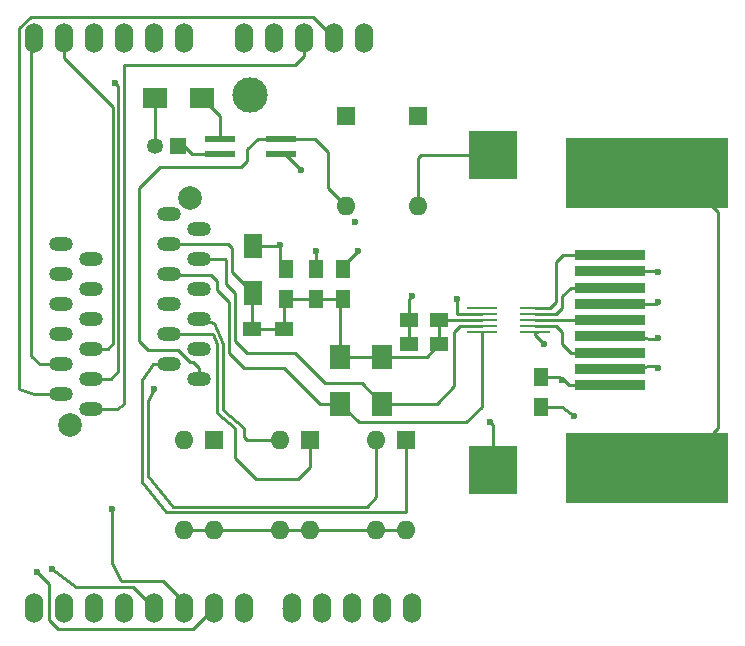
<source format=gbr>
G04 #@! TF.FileFunction,Copper,L1,Top,Signal*
%FSLAX46Y46*%
G04 Gerber Fmt 4.6, Leading zero omitted, Abs format (unit mm)*
G04 Created by KiCad (PCBNEW 4.0.5) date 01/19/17 13:34:59*
%MOMM*%
%LPD*%
G01*
G04 APERTURE LIST*
%ADD10C,0.100000*%
%ADD11O,2.000000X1.200000*%
%ADD12C,2.000000*%
%ADD13O,1.524000X2.540000*%
%ADD14R,1.350000X1.350000*%
%ADD15C,1.350000*%
%ADD16R,2.500000X0.600000*%
%ADD17R,2.500000X0.270000*%
%ADD18R,4.064000X4.064000*%
%ADD19R,1.600000X2.000000*%
%ADD20C,3.000000*%
%ADD21R,1.600000X1.600000*%
%ADD22O,1.600000X1.600000*%
%ADD23R,2.000000X1.700000*%
%ADD24R,1.700000X2.000000*%
%ADD25R,1.250000X1.500000*%
%ADD26R,1.500000X1.250000*%
%ADD27R,1.500000X1.300000*%
%ADD28R,13.700000X6.000000*%
%ADD29R,6.000000X0.940000*%
%ADD30C,3.500000*%
%ADD31C,0.600000*%
%ADD32C,0.250000*%
G04 APERTURE END LIST*
D10*
D11*
X159258000Y-97663000D03*
X161798000Y-98933000D03*
X159258000Y-100203000D03*
X161798000Y-101473000D03*
X159258000Y-102743000D03*
X161798000Y-104013000D03*
X159258000Y-105283000D03*
X161798000Y-106553000D03*
X159258000Y-107823000D03*
X161798000Y-109093000D03*
X159258000Y-110363000D03*
X161798000Y-111633000D03*
D12*
X161028000Y-96298000D03*
D13*
X147828000Y-82804000D03*
X150368000Y-82804000D03*
X152908000Y-82804000D03*
X160528000Y-82804000D03*
X157988000Y-82804000D03*
X155448000Y-82804000D03*
X165608000Y-82804000D03*
X168148000Y-82804000D03*
X170688000Y-82804000D03*
X175768000Y-82804000D03*
X147828000Y-131064000D03*
X150368000Y-131064000D03*
X152908000Y-131064000D03*
X155448000Y-131064000D03*
X157988000Y-131064000D03*
X160528000Y-131064000D03*
X163068000Y-131064000D03*
X165608000Y-131064000D03*
X169672000Y-131064000D03*
X172212000Y-131064000D03*
X174752000Y-131064000D03*
X177292000Y-131064000D03*
X179832000Y-131064000D03*
X173228000Y-82804000D03*
D14*
X160020000Y-91948000D03*
D15*
X158020000Y-91948000D03*
D16*
X168716000Y-91313000D03*
X163516000Y-91313000D03*
X168716000Y-92583000D03*
X163516000Y-92583000D03*
D17*
X185710000Y-107680000D03*
X190210000Y-107680000D03*
X185710000Y-107180000D03*
X190210000Y-107180000D03*
X185710000Y-106680000D03*
X190210000Y-106680000D03*
X185710000Y-106180000D03*
X190210000Y-106180000D03*
X185710000Y-105680000D03*
X190210000Y-105680000D03*
D18*
X186690000Y-119380000D03*
X186690000Y-92710000D03*
D19*
X166370000Y-104362000D03*
X166370000Y-100362000D03*
D20*
X166116000Y-87630000D03*
D21*
X171196000Y-116840000D03*
D22*
X168656000Y-124460000D03*
X168656000Y-116840000D03*
X171196000Y-124460000D03*
D21*
X180340000Y-89408000D03*
D22*
X180340000Y-97028000D03*
D21*
X163068000Y-116840000D03*
D22*
X160528000Y-124460000D03*
X160528000Y-116840000D03*
X163068000Y-124460000D03*
D21*
X179324000Y-116840000D03*
D22*
X176784000Y-124460000D03*
X176784000Y-116840000D03*
X179324000Y-124460000D03*
D21*
X174244000Y-89408000D03*
D22*
X174244000Y-97028000D03*
D23*
X162020000Y-87884000D03*
X158020000Y-87884000D03*
D24*
X173736000Y-109760000D03*
X173736000Y-113760000D03*
X177292000Y-109760000D03*
X177292000Y-113760000D03*
D25*
X171704000Y-104882000D03*
X171704000Y-102382000D03*
X173990000Y-104882000D03*
X173990000Y-102382000D03*
X190754000Y-111526000D03*
X190754000Y-114026000D03*
X169164000Y-104882000D03*
X169164000Y-102382000D03*
D26*
X182098000Y-108712000D03*
X179598000Y-108712000D03*
X182098000Y-106680000D03*
X179598000Y-106680000D03*
D27*
X166290000Y-107442000D03*
X168990000Y-107442000D03*
D11*
X152654000Y-114173000D03*
X150114000Y-112903000D03*
X152654000Y-111633000D03*
X150114000Y-110363000D03*
X152654000Y-109093000D03*
X150114000Y-107823000D03*
X152654000Y-106553000D03*
X150114000Y-105283000D03*
X152654000Y-104013000D03*
X150114000Y-102743000D03*
X152654000Y-101473000D03*
X150114000Y-100203000D03*
D12*
X150884000Y-115538000D03*
D28*
X199684000Y-119180000D03*
D29*
X196604000Y-103920000D03*
X196604000Y-102540000D03*
X196604000Y-105300000D03*
X196604000Y-106680000D03*
X196604000Y-101160000D03*
X196604000Y-112200000D03*
X196604000Y-110820000D03*
X196604000Y-109440000D03*
X196604000Y-108060000D03*
D28*
X199684000Y-94180000D03*
D30*
X197104000Y-94180000D03*
X197104000Y-119180000D03*
D31*
X175000000Y-98400000D03*
X186436000Y-115316000D03*
X170434000Y-93980000D03*
X193548000Y-114808000D03*
X200660000Y-110744000D03*
X200660000Y-108204000D03*
X200660000Y-105156000D03*
X200660000Y-102616000D03*
X171704000Y-100838000D03*
X175260000Y-100838000D03*
X183642000Y-104902000D03*
X179832000Y-104648000D03*
X168656000Y-100330000D03*
X192532000Y-111760000D03*
X191008000Y-108712000D03*
X157988000Y-112522000D03*
X200600000Y-117500000D03*
X154686000Y-86614000D03*
X149352000Y-127762000D03*
X154432000Y-122682000D03*
X148082000Y-128016000D03*
D32*
X171704000Y-104882000D02*
X173990000Y-104882000D01*
X169164000Y-104882000D02*
X171704000Y-104882000D01*
X168990000Y-107442000D02*
X166290000Y-107442000D01*
X159258000Y-100203000D02*
X164211000Y-100203000D01*
X164592000Y-102584000D02*
X166370000Y-104362000D01*
X164592000Y-100584000D02*
X164592000Y-102584000D01*
X164211000Y-100203000D02*
X164592000Y-100584000D01*
X166290000Y-107442000D02*
X166290000Y-104442000D01*
X166290000Y-104442000D02*
X166370000Y-104362000D01*
X173736000Y-109760000D02*
X173736000Y-105136000D01*
X173736000Y-105136000D02*
X173482000Y-104882000D01*
X169164000Y-104882000D02*
X168990000Y-105056000D01*
X168990000Y-105056000D02*
X168990000Y-107442000D01*
X177292000Y-109760000D02*
X173736000Y-109760000D01*
X182098000Y-106680000D02*
X185710000Y-106680000D01*
X177292000Y-109760000D02*
X181050000Y-109760000D01*
X181050000Y-109760000D02*
X182098000Y-108712000D01*
X182098000Y-108712000D02*
X182098000Y-106680000D01*
X186690000Y-119380000D02*
X186690000Y-115570000D01*
X186690000Y-115570000D02*
X186436000Y-115316000D01*
X168716000Y-92583000D02*
X169037000Y-92583000D01*
X169037000Y-92583000D02*
X170434000Y-93980000D01*
X190754000Y-114026000D02*
X192552000Y-114026000D01*
X192552000Y-114026000D02*
X193548000Y-114808000D01*
X186690000Y-119380000D02*
X186690000Y-117348000D01*
X195834000Y-110820000D02*
X200482000Y-110566000D01*
X200482000Y-110566000D02*
X200660000Y-110744000D01*
X195834000Y-108060000D02*
X200550000Y-108314000D01*
X200550000Y-108314000D02*
X200660000Y-108204000D01*
X200516000Y-105300000D02*
X195834000Y-105300000D01*
X200660000Y-105156000D02*
X200516000Y-105300000D01*
X195834000Y-102540000D02*
X200584000Y-102540000D01*
X200584000Y-102540000D02*
X200660000Y-102616000D01*
X171704000Y-102382000D02*
X171704000Y-100838000D01*
X173990000Y-102382000D02*
X173990000Y-102108000D01*
X173990000Y-102108000D02*
X175260000Y-100838000D01*
X185710000Y-106180000D02*
X183650000Y-106180000D01*
X183650000Y-106180000D02*
X183642000Y-106172000D01*
X183642000Y-106172000D02*
X183642000Y-104902000D01*
X179598000Y-106680000D02*
X179598000Y-104882000D01*
X179598000Y-104882000D02*
X179832000Y-104648000D01*
X179598000Y-108712000D02*
X179598000Y-106680000D01*
X168656000Y-100330000D02*
X168656000Y-101874000D01*
X168656000Y-101874000D02*
X169164000Y-102382000D01*
X168624000Y-100362000D02*
X166370000Y-100362000D01*
X168656000Y-100330000D02*
X168624000Y-100362000D01*
X180340000Y-97028000D02*
X180340000Y-92964000D01*
X180340000Y-92964000D02*
X180594000Y-92710000D01*
X180594000Y-92710000D02*
X186690000Y-92710000D01*
X186690000Y-119380000D02*
X186690000Y-118090000D01*
X169350000Y-102200000D02*
X169400000Y-102150000D01*
X195834000Y-112200000D02*
X193108000Y-112200000D01*
X192668000Y-111760000D02*
X192532000Y-111760000D01*
X193108000Y-112200000D02*
X192668000Y-111760000D01*
X190210000Y-107680000D02*
X190210000Y-107914000D01*
X192298000Y-111526000D02*
X190754000Y-111526000D01*
X192532000Y-111760000D02*
X192298000Y-111526000D01*
X190210000Y-107914000D02*
X191008000Y-108712000D01*
X190500000Y-107696000D02*
X190210000Y-107680000D01*
X160020000Y-91948000D02*
X160528000Y-91948000D01*
X160528000Y-91948000D02*
X161163000Y-92583000D01*
X161163000Y-92583000D02*
X163516000Y-92583000D01*
X158020000Y-87884000D02*
X158020000Y-91948000D01*
X179324000Y-124460000D02*
X176784000Y-124460000D01*
X176784000Y-124460000D02*
X171196000Y-124460000D01*
X171196000Y-124460000D02*
X168656000Y-124460000D01*
X168656000Y-124460000D02*
X163068000Y-124460000D01*
X163068000Y-124460000D02*
X160528000Y-124460000D01*
X173736000Y-113760000D02*
X171990000Y-113760000D01*
X162814000Y-102870000D02*
X159385000Y-102870000D01*
X163322000Y-103378000D02*
X162814000Y-102870000D01*
X163322000Y-104140000D02*
X163322000Y-103378000D01*
X164338000Y-105156000D02*
X163322000Y-104140000D01*
X164338000Y-109474000D02*
X164338000Y-105156000D01*
X165608000Y-110744000D02*
X164338000Y-109474000D01*
X168974000Y-110744000D02*
X165608000Y-110744000D01*
X171990000Y-113760000D02*
X168974000Y-110744000D01*
X159385000Y-102870000D02*
X159258000Y-102743000D01*
X185710000Y-107680000D02*
X185710000Y-114010000D01*
X175292000Y-115316000D02*
X173736000Y-113760000D01*
X184404000Y-115316000D02*
X175292000Y-115316000D01*
X185710000Y-114010000D02*
X184404000Y-115316000D01*
X161798000Y-101473000D02*
X163957000Y-101473000D01*
X175546000Y-112014000D02*
X177292000Y-113760000D01*
X172466000Y-112014000D02*
X175546000Y-112014000D01*
X169926000Y-109474000D02*
X172466000Y-112014000D01*
X165862000Y-109474000D02*
X169926000Y-109474000D01*
X164846000Y-108458000D02*
X165862000Y-109474000D01*
X164846000Y-104394000D02*
X164846000Y-108458000D01*
X164084000Y-103632000D02*
X164846000Y-104394000D01*
X164084000Y-101600000D02*
X164084000Y-103632000D01*
X163957000Y-101473000D02*
X164084000Y-101600000D01*
X185710000Y-107180000D02*
X183904000Y-107180000D01*
X181896000Y-113760000D02*
X177292000Y-113760000D01*
X183388000Y-112268000D02*
X181896000Y-113760000D01*
X183388000Y-107696000D02*
X183388000Y-112268000D01*
X183904000Y-107180000D02*
X183388000Y-107696000D01*
X168656000Y-116840000D02*
X165862000Y-116840000D01*
X163068000Y-106934000D02*
X161798000Y-106553000D01*
X163830000Y-108712000D02*
X163068000Y-106934000D01*
X163830000Y-114300000D02*
X163830000Y-108712000D01*
X165608000Y-115824000D02*
X163830000Y-114300000D01*
X165608000Y-116586000D02*
X165608000Y-115824000D01*
X165862000Y-116840000D02*
X165608000Y-116586000D01*
X159258000Y-107823000D02*
X162941000Y-107823000D01*
X171196000Y-119126000D02*
X171196000Y-116840000D01*
X170180000Y-120142000D02*
X171196000Y-119126000D01*
X166624000Y-120142000D02*
X170180000Y-120142000D01*
X164846000Y-118364000D02*
X166624000Y-120142000D01*
X164846000Y-115824000D02*
X164846000Y-118364000D01*
X163322000Y-114554000D02*
X164846000Y-115824000D01*
X163322000Y-108712000D02*
X163322000Y-114554000D01*
X162941000Y-107823000D02*
X163322000Y-108712000D01*
X176784000Y-121666000D02*
X176784000Y-116840000D01*
X175964002Y-122485998D02*
X176784000Y-121666000D01*
X159569998Y-122485998D02*
X175964002Y-122485998D01*
X157480000Y-119888000D02*
X159569998Y-122485998D01*
X157480000Y-113538000D02*
X157480000Y-119888000D01*
X157988000Y-112522000D02*
X157480000Y-113538000D01*
X179324000Y-116840000D02*
X179324000Y-122936000D01*
X157861000Y-110363000D02*
X159258000Y-110363000D01*
X156972000Y-111760000D02*
X157861000Y-110363000D01*
X156972000Y-120396000D02*
X156972000Y-111760000D01*
X159004000Y-122936000D02*
X156972000Y-120396000D01*
X179324000Y-122936000D02*
X159004000Y-122936000D01*
X168716000Y-91313000D02*
X171577000Y-91313000D01*
X172720000Y-95504000D02*
X174244000Y-97028000D01*
X172720000Y-92456000D02*
X172720000Y-95504000D01*
X171577000Y-91313000D02*
X172720000Y-92456000D01*
X161798000Y-111633000D02*
X161798000Y-110744000D01*
X161798000Y-110744000D02*
X161290000Y-110236000D01*
X161290000Y-110236000D02*
X161036000Y-110236000D01*
X161036000Y-110236000D02*
X160020000Y-109220000D01*
X160020000Y-109220000D02*
X157480000Y-109220000D01*
X157480000Y-109220000D02*
X156718000Y-108458000D01*
X156718000Y-108458000D02*
X156718000Y-95504000D01*
X156718000Y-95504000D02*
X158496000Y-93726000D01*
X158496000Y-93726000D02*
X165354000Y-93726000D01*
X165354000Y-93726000D02*
X165862000Y-93218000D01*
X165862000Y-93218000D02*
X165862000Y-92202000D01*
X165862000Y-92202000D02*
X166751000Y-91313000D01*
X166751000Y-91313000D02*
X168716000Y-91313000D01*
X199684000Y-119180000D02*
X202384000Y-119180000D01*
X202384000Y-119180000D02*
X205740000Y-115824000D01*
X205740000Y-115824000D02*
X205740000Y-97536000D01*
X205740000Y-97536000D02*
X202384000Y-94180000D01*
X202384000Y-94180000D02*
X199684000Y-94180000D01*
X195000000Y-95000000D02*
X193420000Y-95000000D01*
X195000000Y-117500000D02*
X200400000Y-117500000D01*
X200400000Y-117500000D02*
X200600000Y-117500000D01*
X163516000Y-91313000D02*
X163516000Y-89380000D01*
X163516000Y-89380000D02*
X162020000Y-87884000D01*
X190210000Y-107180000D02*
X192016000Y-107180000D01*
X193260000Y-109440000D02*
X195834000Y-109440000D01*
X192532000Y-108712000D02*
X193260000Y-109440000D01*
X192532000Y-107696000D02*
X192532000Y-108712000D01*
X192016000Y-107180000D02*
X192532000Y-107696000D01*
X190210000Y-106680000D02*
X195834000Y-106680000D01*
X190210000Y-106180000D02*
X192016000Y-106180000D01*
X193260000Y-103920000D02*
X195834000Y-103920000D01*
X192532000Y-104648000D02*
X193260000Y-103920000D01*
X192532000Y-105664000D02*
X192532000Y-104648000D01*
X192016000Y-106180000D02*
X192532000Y-105664000D01*
X195834000Y-101160000D02*
X192600000Y-101160000D01*
X191500000Y-105680000D02*
X190210000Y-105680000D01*
X192024000Y-105156000D02*
X191500000Y-105680000D01*
X192024000Y-101736000D02*
X192024000Y-105156000D01*
X192600000Y-101160000D02*
X192024000Y-101736000D01*
X152654000Y-114173000D02*
X154813000Y-114173000D01*
X170688000Y-84328000D02*
X170688000Y-82804000D01*
X169926000Y-85090000D02*
X170688000Y-84328000D01*
X155448000Y-85090000D02*
X169926000Y-85090000D01*
X155448000Y-113792000D02*
X155448000Y-85090000D01*
X154813000Y-114173000D02*
X155448000Y-113792000D01*
X150114000Y-112903000D02*
X147828000Y-112903000D01*
X171450000Y-81026000D02*
X173228000Y-82804000D01*
X147574000Y-81026000D02*
X171450000Y-81026000D01*
X146558000Y-81915000D02*
X147574000Y-81026000D01*
X146558000Y-112522000D02*
X146558000Y-81915000D01*
X147828000Y-112903000D02*
X146558000Y-112522000D01*
X154686000Y-86614000D02*
X154940000Y-86868000D01*
X154940000Y-86868000D02*
X154940000Y-110998000D01*
X154940000Y-110998000D02*
X154305000Y-111633000D01*
X154305000Y-111633000D02*
X152654000Y-111633000D01*
X147574000Y-83058000D02*
X147574000Y-84836000D01*
X148717000Y-110363000D02*
X148336000Y-110363000D01*
X148336000Y-110363000D02*
X147574000Y-109728000D01*
X147574000Y-109728000D02*
X147574000Y-84836000D01*
X148717000Y-110363000D02*
X150114000Y-110363000D01*
X147574000Y-83058000D02*
X147828000Y-82804000D01*
X152654000Y-109093000D02*
X154051000Y-109093000D01*
X150368000Y-84524002D02*
X150368000Y-82804000D01*
X154489998Y-88646000D02*
X150368000Y-84524002D01*
X154489998Y-108654002D02*
X154489998Y-88646000D01*
X154051000Y-109093000D02*
X154489998Y-108654002D01*
X152908000Y-132080000D02*
X152908000Y-131064000D01*
X156210000Y-129286000D02*
X157988000Y-131064000D01*
X151384000Y-129286000D02*
X156210000Y-129286000D01*
X149352000Y-127762000D02*
X151384000Y-129286000D01*
X160528000Y-131064000D02*
X160528000Y-130556000D01*
X160528000Y-130556000D02*
X158750000Y-128778000D01*
X154432000Y-127254000D02*
X154432000Y-122682000D01*
X155194000Y-128778000D02*
X154432000Y-127254000D01*
X155702000Y-128778000D02*
X155194000Y-128778000D01*
X158750000Y-128778000D02*
X155702000Y-128778000D01*
X160528000Y-131064000D02*
X160528000Y-131572000D01*
X161290000Y-132842000D02*
X163068000Y-131064000D01*
X149860000Y-132842000D02*
X161290000Y-132842000D01*
X149098000Y-132080000D02*
X149860000Y-132842000D01*
X149098000Y-129032000D02*
X149098000Y-132080000D01*
X148082000Y-128016000D02*
X149098000Y-129032000D01*
X163068000Y-131826000D02*
X163068000Y-131064000D01*
X169672000Y-131064000D02*
X168910000Y-131064000D01*
M02*

</source>
